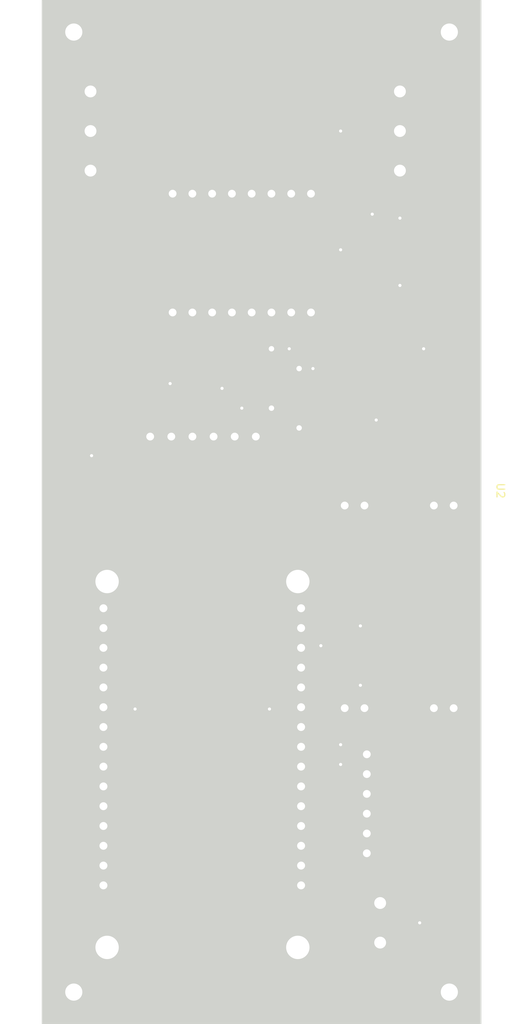
<source format=kicad_pcb>
(kicad_pcb (version 20211014) (generator pcbnew)
  (title_block (title "Nyx Project - Control PCB") (date "2022-10-29") (rev "1") (company "Projeto Jupiter") (comment 1 "Projected by Kaleb Ramos W. Santos"))
  (layers (0 "F.Cu" signal) (31 "B.Cu" signal) (34 "B.Paste" user) (35 "F.Paste" user) (36 "B.SilkS" user "B.Silkscreen") (37 "F.SilkS" user "F.Silkscreen") (38 "B.Mask" user) (39 "F.Mask" user) (44 "Edge.Cuts" user))
  (net 0 "")
  (net 1 "GND")
  (net 2 "VCC")
  (net 3 "/step_5v+")
  (net 4 "/PWM 1")
  (net 5 "/step_5v-")
  (net 6 "/PWM 2")
  (net 7 "/3v3")
  (net 8 "/CS")
  (net 9 "/HWP")
  (net 10 "/HHD")
  (net 14 "/SDA")
  (net 17 "/SCL")
  (net 27 "/HCLK")
  (net 28 "/HMISO")
  (net 29 "/HMOSI")
  (footprint "TerminalBlock:TerminalBlock_bornier-3_P5.08mm" (layer "F.Cu") (at 147.05398 55.504 90)
    (fp_text reference "J3" (at 5.05 -4.65 90) (layer "F.SilkS"))
    (fp_text value "Conn_01x03_Male")
    (pad "1" thru_hole rect (at 0 0 90) (size 3 3) (drill 1.52) (layers *.Cu *.Mask) (net 6 "/PWM 2"))
    (pad "2" thru_hole circle (at 5.08 0 90) (size 3 3) (drill 1.52) (layers *.Cu *.Mask) (net 3 "/step_5v+"))
    (pad "3" thru_hole circle (at 10.16 0 90) (size 3 3) (drill 1.52) (layers *.Cu *.Mask) (net 5 "/step_5v-"))
  )
  (footprint "Symbol:Logo_Preto - Copia" (layer "F.Cu") (at 108.37799 75.715874 90)
    (fp_text reference "G***" hide)
    (fp_text value "LOGO" hide)
  )
  (footprint "GY-521:GY-521" (layer "F.Cu") (at 117.84398 58.464 90)
    (fp_text reference "U5" (at 10 9 90) (layer "F.SilkS"))
    (fp_text value "GY-521 - Sensor 2")
    (fp_text user "y" (at 5 13.5 90) (layer "F.SilkS"))
    (fp_text user "x" (at 8 17 90) (layer "F.SilkS"))
    (pad "ADO" thru_hole oval locked (at 0 15.24 90) (size 3.016 1.508) (drill 1) (layers *.Cu *.Mask) (net 1 "GND"))
    (pad "GND" thru_hole oval locked (at 0 2.54 90) (size 3.016 1.508) (drill 1) (layers *.Cu *.Mask) (net 1 "GND"))
    (pad "INT" thru_hole oval locked (at 0 17.78 90) (size 3.016 1.508) (drill 1) (layers *.Cu *.Mask))
    (pad "SCL" thru_hole oval locked (at 0 5.08 90) (size 3.016 1.508) (drill 1) (layers *.Cu *.Mask) (net 17 "/SCL"))
    (pad "SDA" thru_hole oval locked (at 0 7.62 90) (size 3.016 1.508) (drill 1) (layers *.Cu *.Mask) (net 14 "/SDA"))
    (pad "VCC" thru_hole oval locked (at 0 0 90) (size 3.016 1.508) (drill 1) (layers *.Cu *.Mask) (net 7 "/3v3"))
    (pad "XCL" thru_hole oval locked (at 0 10.16 90) (size 3.016 1.508) (drill 1) (layers *.Cu *.Mask))
    (pad "XDA" thru_hole oval locked (at 0 12.7 90) (size 3.016 1.508) (drill 1) (layers *.Cu *.Mask))
  )
  (footprint "ESP32-DEVKIT-V1:MODULE_ESP32_DEVKIT_V1" (layer "F.Cu") (at 121.65398 131.704 180)
    (fp_text reference "U1" (at -11.355 -27.36) (layer "F.SilkS"))
    (fp_text value "ESP32-DEVKIT-V1")
    (pad "" np_thru_hole circle (at 12.23 23.475 180) (size 3 3) (drill 3) (layers *.Cu *.Mask))
    (pad "" np_thru_hole circle (at -12.28 -23.475 180) (size 3 3) (drill 3) (layers *.Cu *.Mask))
    (pad "" np_thru_hole circle (at 12.23 -23.475 180) (size 3 3) (drill 3) (layers *.Cu *.Mask))
    (pad "" np_thru_hole circle (at -12.28 23.475 180) (size 3 3) (drill 3) (layers *.Cu *.Mask))
    (pad "1" thru_hole rect (at -12.7 -15.515 180) (size 2 2) (drill 1.02) (layers *.Cu *.Mask) (net 7 "/3v3"))
    (pad "2" thru_hole circle (at -12.7 -12.975 180) (size 2 2) (drill 1.02) (layers *.Cu *.Mask) (net 1 "GND"))
    (pad "3" thru_hole circle (at -12.7 -10.435 180) (size 2 2) (drill 1.02) (layers *.Cu *.Mask) (net 8 "/CS"))
    (pad "4" thru_hole circle (at -12.7 -7.895 180) (size 2 2) (drill 1.02) (layers *.Cu *.Mask) (net 9 "/HWP"))
    (pad "5" thru_hole circle (at -12.7 -5.355 180) (size 2 2) (drill 1.02) (layers *.Cu *.Mask) (net 10 "/HHD"))
    (pad "6" thru_hole circle (at -12.7 -2.815 180) (size 2 2) (drill 1.02) (layers *.Cu *.Mask))
    (pad "7" thru_hole circle (at -12.7 -0.275 180) (size 2 2) (drill 1.02) (layers *.Cu *.Mask))
    (pad "8" thru_hole circle (at -12.7 2.265 180) (size 2 2) (drill 1.02) (layers *.Cu *.Mask))
    (pad "9" thru_hole circle (at -12.7 4.805 180) (size 2 2) (drill 1.02) (layers *.Cu *.Mask) (net 6 "/PWM 2"))
    (pad "10" thru_hole circle (at -12.7 7.345 180) (size 2 2) (drill 1.02) (layers *.Cu *.Mask))
    (pad "11" thru_hole circle (at -12.7 9.885 180) (size 2 2) (drill 1.02) (layers *.Cu *.Mask) (net 14 "/SDA"))
    (pad "12" thru_hole circle (at -12.7 12.425 180) (size 2 2) (drill 1.02) (layers *.Cu *.Mask))
    (pad "13" thru_hole circle (at -12.7 14.965 180) (size 2 2) (drill 1.02) (layers *.Cu *.Mask))
    (pad "14" thru_hole circle (at -12.7 17.505 180) (size 2 2) (drill 1.02) (layers *.Cu *.Mask) (net 17 "/SCL"))
    (pad "15" thru_hole circle (at -12.7 20.045 180) (size 2 2) (drill 1.02) (layers *.Cu *.Mask))
    (pad "16" thru_hole circle (at 12.7 20.045 180) (size 2 2) (drill 1.02) (layers *.Cu *.Mask))
    (pad "17" thru_hole circle (at 12.7 17.505 180) (size 2 2) (drill 1.02) (layers *.Cu *.Mask))
    (pad "18" thru_hole circle (at 12.7 14.965 180) (size 2 2) (drill 1.02) (layers *.Cu *.Mask))
    (pad "19" thru_hole circle (at 12.7 12.425 180) (size 2 2) (drill 1.02) (layers *.Cu *.Mask))
    (pad "20" thru_hole circle (at 12.7 9.885 180) (size 2 2) (drill 1.02) (layers *.Cu *.Mask))
    (pad "21" thru_hole circle (at 12.7 7.345 180) (size 2 2) (drill 1.02) (layers *.Cu *.Mask))
    (pad "22" thru_hole circle (at 12.7 4.805 180) (size 2 2) (drill 1.02) (layers *.Cu *.Mask) (net 4 "/PWM 1"))
    (pad "23" thru_hole circle (at 12.7 2.265 180) (size 2 2) (drill 1.02) (layers *.Cu *.Mask))
    (pad "24" thru_hole circle (at 12.7 -0.275 180) (size 2 2) (drill 1.02) (layers *.Cu *.Mask))
    (pad "25" thru_hole circle (at 12.7 -2.815 180) (size 2 2) (drill 1.02) (layers *.Cu *.Mask))
    (pad "26" thru_hole circle (at 12.7 -5.355 180) (size 2 2) (drill 1.02) (layers *.Cu *.Mask) (net 27 "/HCLK"))
    (pad "27" thru_hole circle (at 12.7 -7.895 180) (size 2 2) (drill 1.02) (layers *.Cu *.Mask) (net 28 "/HMISO"))
    (pad "28" thru_hole circle (at 12.7 -10.435 180) (size 2 2) (drill 1.02) (layers *.Cu *.Mask) (net 29 "/HMOSI"))
    (pad "29" thru_hole circle (at 12.7 -12.975 180) (size 2 2) (drill 1.02) (layers *.Cu *.Mask) (net 1 "GND"))
    (pad "30" thru_hole circle (at 12.7 -15.515 180) (size 2 2) (drill 1.02) (layers *.Cu *.Mask) (net 2 "VCC"))
    (zone (net 0) (net_name "") (layer "F.Cu") (connect_pads (clearance 0)) (min_thickness 0.01)
      (keepout (tracks not_allowed) (vias not_allowed) (pads not_allowed) (copperpour not_allowed) (footprints allowed))
      (fill (thermal_gap 0.508) (thermal_bridge_width 0.508))
      (polygon (pts (xy 130.56398 112.719) (xy 112.87398 112.719) (xy 112.87398 106.229) (xy 130.56398 106.229)))
    )
    (zone (net 0) (net_name "") (layer "B.Cu") (connect_pads (clearance 0)) (min_thickness 0.01)
      (keepout (tracks not_allowed) (vias not_allowed) (pads not_allowed) (copperpour not_allowed) (footprints allowed))
      (fill (thermal_gap 0.508) (thermal_bridge_width 0.508))
      (polygon (pts (xy 130.56398 112.719) (xy 112.87398 112.719) (xy 112.87398 106.229) (xy 130.56398 106.229)))
    )
  )
  (footprint "Resistor_THT:R_Axial_DIN0204_L3.6mm_D1.6mm_P7.62mm_Horizontal" (layer "F.Cu") (at 130.54398 85.984 90)
    (fp_text reference "R2" (at 3.81 -1.92 90) (layer "F.SilkS"))
    (fp_text value "5K")
    (pad "1" thru_hole circle (at 0 0 90) (size 1.4 1.4) (drill 0.7) (layers *.Cu *.Mask) (net 7 "/3v3"))
    (pad "2" thru_hole oval (at 7.62 0 90) (size 1.4 1.4) (drill 0.7) (layers *.Cu *.Mask) (net 14 "/SDA"))
  )
  (footprint "TerminalBlock:TerminalBlock_bornier-3_P5.08mm" (layer "F.Cu") (at 107.29398 55.504 90)
    (fp_text reference "J2" (at 5.05 -4.65 90) (layer "F.SilkS"))
    (fp_text value "Conn_01x03_Male")
    (pad "1" thru_hole rect (at 0 0 90) (size 3 3) (drill 1.52) (layers *.Cu *.Mask) (net 4 "/PWM 1"))
    (pad "2" thru_hole circle (at 5.08 0 90) (size 3 3) (drill 1.52) (layers *.Cu *.Mask) (net 3 "/step_5v+"))
    (pad "3" thru_hole circle (at 10.16 0 90) (size 3 3) (drill 1.52) (layers *.Cu *.Mask) (net 5 "/step_5v-"))
  )
  (footprint "MountingHole:MountingHole_2.2mm_M2" (layer "F.Cu") (at 105.14398 37.724)
    (fp_text reference "REF**" (at 0 -3.2) (layer "F.SilkS"))
    (fp_text value "MountingHole_2.2mm_M2")
    (pad "" np_thru_hole circle (at 0 0) (size 2.2 2.2) (drill 2.2) (layers *.Cu *.Mask))
  )
  (footprint "Jupiter:stepdown 5v" (layer "F.Cu") (at 155.95898 96.479 -90)
    (fp_text reference "U2" (at 0.09 -4.025 -90 unlocked) (layer "F.SilkS"))
    (fp_text value "MINI560-StepDown_5v")
    (pad "1" thru_hole circle (at 2 2 270) (size 1.25 1.25) (drill 1) (layers *.Cu *.Mask) (net 5 "/step_5v-"))
    (pad "2" thru_hole circle (at 2 4.54 270) (size 1.25 1.25) (drill 1) (layers *.Cu *.Mask))
    (pad "3" thru_hole circle (at 2 13.46 270) (size 1.25 1.25) (drill 1) (layers *.Cu *.Mask))
    (pad "4" thru_hole circle (at 2 16 270) (size 1.25 1.25) (drill 1) (layers *.Cu *.Mask) (net 3 "/step_5v+"))
    (pad "5" thru_hole circle (at 28 2 270) (size 1.25 1.25) (drill 1) (layers *.Cu *.Mask) (net 1 "GND"))
    (pad "6" thru_hole circle (at 28 4.54 270) (size 1.25 1.25) (drill 1) (layers *.Cu *.Mask))
    (pad "7" thru_hole circle (at 28 13.46 270) (size 1.25 1.25) (drill 1) (layers *.Cu *.Mask "Dwgs.User"))
    (pad "8" thru_hole circle (at 28 16 270) (size 1.25 1.25) (drill 1) (layers *.Cu *.Mask) (net 2 "VCC"))
  )
  (footprint "Jupiter:FlashMemory W25Q128" (layer "F.Cu") (at 129.80898 99.6315 -90)
    (fp_text reference "U3" (at -2.3 -5.84 -90 unlocked) (layer "F.SilkS"))
    (fp_text value "FlashMemory_W25Q128")
    (pad "1" thru_hole circle (at -10 1.273 270) (size 1.25 1.25) (drill 1) (layers *.Cu *.Mask) (net 7 "/3v3"))
    (pad "2" thru_hole circle (at -10 3.985 270) (size 1.25 1.25) (drill 1) (layers *.Cu *.Mask) (net 8 "/CS"))
    (pad "3" thru_hole circle (at -10 6.701 270) (size 1.25 1.25) (drill 1) (layers *.Cu *.Mask) (net 29 "/HMOSI"))
    (pad "4" thru_hole circle (at -10 9.417 270) (size 1.25 1.25) (drill 1) (layers *.Cu *.Mask) (net 1 "GND"))
    (pad "5" thru_hole circle (at -10 12.133 270) (size 1.25 1.25) (drill 1) (layers *.Cu *.Mask) (net 27 "/HCLK"))
    (pad "6" thru_hole circle (at -10 14.849 270) (size 1.25 1.25) (drill 1) (layers *.Cu *.Mask) (net 28 "/HMISO"))
  )
  (footprint "MountingHole:MountingHole_2.2mm_M2" (layer "F.Cu") (at 105.14398 160.914)
    (fp_text reference "REF**" (at 0 -3.2) (layer "F.SilkS"))
    (fp_text value "MountingHole_2.2mm_M2")
    (pad "" np_thru_hole circle (at 0 0) (size 2.2 2.2) (drill 2.2) (layers *.Cu *.Mask))
  )
  (footprint "GY-521:GY-521" (layer "F.Cu") (at 117.84398 73.704 90)
    (fp_text reference "U4" (at 10 9 90) (layer "F.SilkS"))
    (fp_text value "GY-521 - Sensor 1")
    (fp_text user "y" (at 5.608126 13.5 90) (layer "F.SilkS"))
    (fp_text user "x" (at 8 17.45801 90) (layer "F.SilkS"))
    (pad "ADO" thru_hole oval locked (at 0 15.24 90) (size 3.016 1.508) (drill 1) (layers *.Cu *.Mask) (net 7 "/3v3"))
    (pad "GND" thru_hole oval locked (at 0 2.54 90) (size 3.016 1.508) (drill 1) (layers *.Cu *.Mask) (net 1 "GND"))
    (pad "INT" thru_hole oval locked (at 0 17.78 90) (size 3.016 1.508) (drill 1) (layers *.Cu *.Mask))
    (pad "SCL" thru_hole oval locked (at 0 5.08 90) (size 3.016 1.508) (drill 1) (layers *.Cu *.Mask) (net 17 "/SCL"))
    (pad "SDA" thru_hole oval locked (at 0 7.62 90) (size 3.016 1.508) (drill 1) (layers *.Cu *.Mask) (net 14 "/SDA"))
    (pad "VCC" thru_hole oval locked (at 0 0 90) (size 3.016 1.508) (drill 1) (layers *.Cu *.Mask) (net 7 "/3v3"))
    (pad "XCL" thru_hole oval locked (at 0 10.16 90) (size 3.016 1.508) (drill 1) (layers *.Cu *.Mask))
    (pad "XDA" thru_hole oval locked (at 0 12.7 90) (size 3.016 1.508) (drill 1) (layers *.Cu *.Mask))
  )
  (footprint "Jupiter:GY BMP280" (layer "F.Cu") (at 141.39898 129.379)
    (fp_text reference "U6" (at 0 -12 unlocked) (layer "F.SilkS"))
    (fp_text value "GY-BMP280")
    (pad "1" thru_hole circle (at 1.4 1.021) (size 1.25 1.25) (drill 1) (layers *.Cu *.Mask) (net 7 "/3v3"))
    (pad "2" thru_hole circle (at 1.4 3.561) (size 1.25 1.25) (drill 1) (layers *.Cu *.Mask) (net 1 "GND"))
    (pad "3" thru_hole circle (at 1.4 6.101) (size 1.25 1.25) (drill 1) (layers *.Cu *.Mask) (net 17 "/SCL"))
    (pad "4" thru_hole circle (at 1.4 8.641) (size 1.25 1.25) (drill 1) (layers *.Cu *.Mask) (net 14 "/SDA"))
    (pad "5" thru_hole circle (at 1.4 11.181) (size 1.25 1.25) (drill 1) (layers *.Cu *.Mask))
    (pad "6" thru_hole circle (at 1.4 13.721) (size 1.25 1.25) (drill 1) (layers *.Cu *.Mask))
  )
  (footprint "MountingHole:MountingHole_2.2mm_M2" (layer "F.Cu") (at 153.40398 37.724)
    (fp_text reference "REF**" (at 0 -3.2) (layer "F.SilkS"))
    (fp_text value "MountingHole_2.2mm_M2")
    (pad "" np_thru_hole circle (at 0 0) (size 2.2 2.2) (drill 2.2) (layers *.Cu *.Mask))
  )
  (footprint "TerminalBlock:TerminalBlock_bornier-2_P5.08mm" (layer "F.Cu") (at 144.51398 149.484 -90)
    (fp_text reference "J1" (at 2.54 -5.08 90) (layer "F.SilkS"))
    (fp_text value "Power Supply")
    (pad "1" thru_hole rect (at 0 0 270) (size 3 3) (drill 1.52) (layers *.Cu *.Mask) (net 1 "GND"))
    (pad "2" thru_hole circle (at 5.08 0 270) (size 3 3) (drill 1.52) (layers *.Cu *.Mask) (net 2 "VCC"))
  )
  (footprint "Resistor_THT:R_Axial_DIN0204_L3.6mm_D1.6mm_P7.62mm_Horizontal" (layer "F.Cu") (at 134.09998 88.524 90)
    (fp_text reference "R1" (at 3.81 -1.92 90) (layer "F.SilkS"))
    (fp_text value "5K")
    (pad "1" thru_hole circle (at 0 0 90) (size 1.4 1.4) (drill 0.7) (layers *.Cu *.Mask) (net 7 "/3v3"))
    (pad "2" thru_hole oval (at 7.62 0 90) (size 1.4 1.4) (drill 0.7) (layers *.Cu *.Mask) (net 17 "/SCL"))
  )
  (footprint "MountingHole:MountingHole_2.2mm_M2" (layer "F.Cu") (at 153.40398 160.914)
    (fp_text reference "REF**" (at 0 -3.2) (layer "F.SilkS"))
    (fp_text value "MountingHole_2.2mm_M2")
    (pad "" np_thru_hole circle (at 0 0) (size 2.2 2.2) (drill 2.2) (layers *.Cu *.Mask))
  )
  (gr_rect (start 157.21398 164.724) (end 101.33398 33.914) (layer "F.Cu") (width 0.2) (fill none))
  (gr_rect (start 101.07998 33.66) (end 157.46798 164.978) (layer "Edge.Cuts") (width 0.1) (fill none))
  (gr_text "Projeto Jupiter - Nyx Project\nControl PCB v.1" (at 113.45799 75.715874 90) (layer "F.SilkS") (effects (font (size 1 1))))
  (segment (start 120.54648 89.6315) (end 120.39198 89.6315) (width 1) (layer "F.Cu") (net 1))
  (segment (start 134.608469 144.424511) (end 134.35398 144.679) (width 1) (layer "F.Cu") (net 1))
  (via (at 117.52199 82.827874) (size 0.8) (drill 0.4) (layers "F.Cu" "B.Cu") (net 1))
  (segment (start 152.13398 134.244) (end 152.13398 149.484) (width 1) (layer "F.Cu") (net 2))
  (segment (start 139.522491 129.075489) (end 146.965469 129.075489) (width 1) (layer "F.Cu") (net 2))
  (segment (start 152.13398 149.484) (end 149.59398 152.024) (width 1) (layer "F.Cu") (net 2))
  (segment (start 146.965469 129.075489) (end 152.13398 134.244) (width 1) (layer "F.Cu") (net 2))
  (via (at 149.59398 152.024) (size 0.8) (drill 0.4) (layers "F.Cu" "B.Cu") (net 2))
  (via (at 139.43398 129.164) (size 0.8) (drill 0.4) (layers "F.Cu" "B.Cu") (net 2))
  (segment (start 139.95898 124.479) (end 139.95898 128.639) (width 1) (layer "B.Cu") (net 2))
  (segment (start 149.59398 152.024) (end 147.05398 152.024) (width 1) (layer "B.Cu") (net 2))
  (segment (start 141.97398 152.024) (end 113.75898 152.024) (width 1) (layer "B.Cu") (net 2))
  (segment (start 144.51398 154.564) (end 141.97398 152.024) (width 1) (layer "B.Cu") (net 2))
  (segment (start 113.75898 152.024) (end 108.95398 147.219) (width 1) (layer "B.Cu") (net 2))
  (segment (start 147.05398 152.024) (end 144.51398 154.564) (width 1) (layer "B.Cu") (net 2))
  (segment (start 139.43398 129.164) (end 139.95898 128.639) (width 1) (layer "B.Cu") (net 2))
  (segment (start 150.10198 78.364) (end 143.49798 71.76) (width 1) (layer "F.Cu") (net 3))
  (segment (start 143.49798 71.76) (end 143.49798 61.092) (width 1) (layer "F.Cu") (net 3))
  (via (at 150.10198 78.364) (size 0.8) (drill 0.4) (layers "F.Cu" "B.Cu") (net 3))
  (via (at 143.49798 61.092) (size 0.8) (drill 0.4) (layers "F.Cu" "B.Cu") (net 3))
  (segment (start 150.10198 87.508) (end 150.10198 78.364) (width 1) (layer "B.Cu") (net 3))
  (segment (start 142.98998 53.98) (end 143.49798 53.98) (width 1) (layer "B.Cu") (net 3))
  (segment (start 143.49798 53.98) (end 147.05398 50.424) (width 1) (layer "B.Cu") (net 3))
  (segment (start 143.49798 54.488) (end 142.98998 53.98) (width 1) (layer "B.Cu") (net 3))
  (segment (start 117.58998 53.98) (end 142.98998 53.98) (width 1) (layer "B.Cu") (net 3))
  (segment (start 139.95898 98.479) (end 139.95898 97.651) (width 1) (layer "B.Cu") (net 3))
  (segment (start 107.29398 50.424) (end 114.03398 50.424) (width 1) (layer "B.Cu") (net 3))
  (segment (start 143.49798 61.092) (end 143.49798 54.488) (width 1) (layer "B.Cu") (net 3))
  (segment (start 114.03398 50.424) (end 117.58998 53.98) (width 1) (layer "B.Cu") (net 3))
  (segment (start 139.95898 97.651) (end 150.10198 87.508) (width 1) (layer "B.Cu") (net 3))
  (segment (start 112.00198 100.716) (end 112.00198 96.652) (width 1) (layer "F.Cu") (net 4))
  (segment (start 113.01798 124.592) (end 112.00198 123.576) (width 1) (layer "F.Cu") (net 4))
  (segment (start 112.00198 123.576) (end 112.00198 100.716) (width 1) (layer "F.Cu") (net 4))
  (segment (start 112.00198 96.652) (end 107.42998 92.08) (width 1) (layer "F.Cu") (net 4))
  (via (at 107.42998 92.08) (size 0.8) (drill 0.4) (layers "F.Cu" "B.Cu") (net 4))
  (via (at 113.01798 124.592) (size 0.8) (drill 0.4) (layers "F.Cu" "B.Cu") (net 4))
  (segment (start 108.95398 126.899) (end 110.71098 126.899) (width 1) (layer "B.Cu") (net 4))
  (segment (start 107.42998 55.64) (end 107.29398 55.504) (width 1) (layer "B.Cu") (net 4))
  (segment (start 110.71098 126.899) (end 113.01798 124.592) (width 1) (layer "B.Cu") (net 4))
  (segment (start 107.42998 92.08) (end 107.42998 55.64) (width 1) (layer "B.Cu") (net 4))
  (segment (start 139.43398 65.664) (end 139.43398 50.424) (width 1) (layer "F.Cu") (net 5))
  (via (at 139.43398 65.664) (size 0.8) (drill 0.4) (layers "F.Cu" "B.Cu") (net 5))
  (via (at 139.43398 50.424) (size 0.8) (drill 0.4) (layers "F.Cu" "B.Cu") (net 5))
  (segment (start 153.95898 72.569) (end 147.05398 65.664) (width 1) (layer "B.Cu") (net 5))
  (segment (start 153.95898 98.479) (end 153.95898 72.569) (width 1) (layer "B.Cu") (net 5))
  (segment (start 107.29398 45.344) (end 147.05398 45.344) (width 1) (layer "B.Cu") (net 5))
  (segment (start 147.05398 65.664) (end 139.43398 65.664) (width 1) (layer "B.Cu") (net 5))
  (segment (start 139.43398 50.424) (end 139.43398 47.884) (width 1) (layer "B.Cu") (net 5))
  (segment (start 139.43398 47.884) (end 136.89398 45.344) (width 1) (layer "B.Cu") (net 5))
  (segment (start 130.28998 124.592) (end 131.30598 123.576) (width 1) (layer "F.Cu") (net 6))
  (segment (start 131.30598 101.732) (end 142.98998 90.048) (width 1) (layer "F.Cu") (net 6))
  (segment (start 142.98998 88.524) (end 144.00598 87.508) (width 1) (layer "F.Cu") (net 6))
  (segment (start 147.05398 70.236) (end 147.05398 61.6) (width 1) (layer "F.Cu") (net 6))
  (segment (start 131.30598 123.576) (end 131.30598 101.732) (width 1) (layer "F.Cu") (net 6))
  (segment (start 142.98998 90.048) (end 142.98998 88.524) (width 1) (layer "F.Cu") (net 6))
  (via (at 147.05398 70.236) (size 0.8) (drill 0.4) (layers "F.Cu" "B.Cu") (net 6))
  (via (at 130.28998 124.592) (size 0.8) (drill 0.4) (layers "F.Cu" "B.Cu") (net 6))
  (via (at 144.00598 87.508) (size 0.8) (drill 0.4) (layers "F.Cu" "B.Cu") (net 6))
  (via (at 147.05398 61.6) (size 0.8) (drill 0.4) (layers "F.Cu" "B.Cu") (net 6))
  (segment (start 134.35398 126.899) (end 132.59698 126.899) (width 1) (layer "B.Cu") (net 6))
  (segment (start 144.00598 87.508) (end 147.05398 84.46) (width 1) (layer "B.Cu") (net 6))
  (segment (start 132.59698 126.899) (end 130.28998 124.592) (width 1) (layer "B.Cu") (net 6))
  (segment (start 147.05398 84.46) (end 147.05398 70.236) (width 1) (layer "B.Cu") (net 6))
  (segment (start 147.05398 61.6) (end 147.05398 55.504) (width 1) (layer "B.Cu") (net 6))
  (segment (start 124.19398 83.444) (end 126.73398 85.984) (width 1) (layer "F.Cu") (net 7))
  (via (at 124.19398 83.444) (size 0.8) (drill 0.4) (layers "F.Cu" "B.Cu") (net 7))
  (via (at 126.73398 85.984) (size 0.8) (drill 0.4) (layers "F.Cu" "B.Cu") (net 7))
  (segment (start 130.54398 85.984) (end 126.73398 85.984) (width 1) (layer "B.Cu") (net 7))
  (segment (start 145.74998 130.4) (end 149.59398 134.244) (width 1) (layer "B.Cu") (net 7))
  (segment (start 117.84398 73.704) (end 117.84398 58.464) (width 1) (layer "B.Cu") (net 7))
  (segment (start 144.23898 147.219) (end 134.35398 147.219) (width 1) (layer "B.Cu") (net 7))
  (segment (start 117.84398 73.704) (end 117.84398 77.094) (width 1) (layer "B.Cu") (net 7))
  (segment (start 145.74998 110.08) (end 145.74998 130.4) (width 1) (layer "B.Cu") (net 7))
  (segment (start 133.08398 73.704) (end 133.08398 74.554) (width 1) (layer "B.Cu") (net 7))
  (segment (start 133.08398 88.524) (end 130.54398 85.984) (width 1) (layer "B.Cu") (net 7))
  (segment (start 128.53598 89.6315) (end 128.53598 92.866) (width 1) (layer "B.Cu") (net 7))
  (segment (start 128.53598 92.866) (end 145.74998 110.08) (width 1) (layer "B.Cu") (net 7))
  (segment (start 136.89398 88.524) (end 134.09998 88.524) (width 1) (layer "B.Cu") (net 7))
  (segment (start 142.79898 130.4) (end 145.74998 130.4) (width 1) (layer "B.Cu") (net 7))
  (segment (start 117.84398 77.094) (end 124.19398 83.444) (width 1) (layer "B.Cu") (net 7))
  (segment (start 134.09998 88.524) (end 133.08398 88.524) (width 1) (layer "B.Cu") (net 7))
  (segment (start 149.59398 141.864) (end 144.23898 147.219) (width 1) (layer "B.Cu") (net 7))
  (segment (start 149.59398 134.244) (end 149.59398 141.864) (width 1) (layer "B.Cu") (net 7))
  (segment (start 141.97398 83.444) (end 136.89398 88.524) (width 1) (layer "B.Cu") (net 7))
  (segment (start 126.73398 87.8295) (end 128.53598 89.6315) (width 1) (layer "B.Cu") (net 7))
  (segment (start 126.73398 85.984) (end 126.73398 87.8295) (width 1) (layer "B.Cu") (net 7))
  (segment (start 133.08398 74.554) (end 141.97398 83.444) (width 1) (layer "B.Cu") (net 7))
  (segment (start 125.82398 89.6315) (end 125.82398 100.781864) (width 1) (layer "B.Cu") (net 8))
  (segment (start 131.064 112.926116) (end 126.73398 117.256136) (width 1) (layer "B.Cu") (net 8))
  (segment (start 125.82398 100.781864) (end 131.064 106.021884) (width 1) (layer "B.Cu") (net 8))
  (segment (start 131.064 106.021884) (end 131.064 112.926116) (width 1) (layer "B.Cu") (net 8))
  (segment (start 126.73398 134.519) (end 134.35398 142.139) (width 1) (layer "B.Cu") (net 8))
  (segment (start 126.73398 117.256136) (end 126.73398 134.519) (width 1) (layer "B.Cu") (net 8))
  (segment (start 132.82998 78.364) (end 144.303074 78.364) (width 1) (layer "F.Cu") (net 14))
  (segment (start 144.303074 78.364) (end 149.59398 83.654906) (width 1) (layer "F.Cu") (net 14))
  (segment (start 149.59398 113.924) (end 141.97398 121.544) (width 1) (layer "F.Cu") (net 14))
  (segment (start 149.59398 83.654906) (end 149.59398 113.924) (width 1) (layer "F.Cu") (net 14))
  (via (at 141.97398 121.544) (size 0.8) (drill 0.4) (layers "F.Cu" "B.Cu") (net 14))
  (via (at 132.82998 78.364) (size 0.8) (drill 0.4) (layers "F.Cu" "B.Cu") (net 14))
  (segment (start 139.43398 121.544) (end 136.89398 124.084) (width 1) (layer "B.Cu") (net 14))
  (segment (start 134.35398 121.819) (end 136.61898 124.084) (width 1) (layer "B.Cu") (net 14))
  (segment (start 136.89398 132.115) (end 142.79898 138.02) (width 1) (layer "B.Cu") (net 14))
  (segment (start 141.97398 121.544) (end 139.43398 121.544) (width 1) (layer "B.Cu") (net 14))
  (segment (start 132.82998 78.364) (end 128.51198 78.364) (width 1) (layer "B.Cu") (net 14))
  (segment (start 125.46398 75.316) (end 125.46398 73.704) (width 1) (layer "B.Cu") (net 14))
  (segment (start 128.51198 78.364) (end 125.46398 75.316) (width 1) (layer "B.Cu") (net 14))
  (segment (start 125.46398 73.704) (end 125.46398 58.464) (width 1) (layer "B.Cu") (net 14))
  (segment (start 136.89398 124.084) (end 136.89398 132.115) (width 1) (layer "B.Cu") (net 14))
  (segment (start 136.89398 129.164) (end 136.89398 116.464) (width 1) (layer "F.Cu") (net 17))
  (segment (start 141.97398 80.904) (end 147.05398 85.984) (width 1) (layer "F.Cu") (net 17))
  (segment (start 147.05398 108.844) (end 141.97398 113.924) (width 1) (layer "F.Cu") (net 17))
  (segment (start 147.05398 85.984) (end 147.05398 108.844) (width 1) (layer "F.Cu") (net 17))
  (segment (start 135.87798 80.904) (end 141.97398 80.904) (width 1) (layer "F.Cu") (net 17))
  (segment (start 139.43398 131.704) (end 136.89398 129.164) (width 1) (layer "F.Cu") (net 17))
  (via (at 136.89398 116.464) (size 0.8) (drill 0.4) (layers "F.Cu" "B.Cu") (net 17))
  (via (at 135.87798 80.904) (size 0.8) (drill 0.4) (layers "F.Cu" "B.Cu") (net 17))
  (via (at 141.97398 113.924) (size 0.8) (drill 0.4) (layers "F.Cu" "B.Cu") (net 17))
  (via (at 139.43398 131.704) (size 0.8) (drill 0.4) (layers "F.Cu" "B.Cu") (net 17))
  (segment (start 142.79898 135.069) (end 139.43398 131.704) (width 1) (layer "B.Cu") (net 17))
  (segment (start 135.87798 80.904) (end 126.73398 80.904) (width 1) (layer "B.Cu") (net 17))
  (segment (start 139.43398 113.924) (end 136.89398 116.464) (width 1) (layer "B.Cu") (net 17))
  (segment (start 136.61898 116.464) (end 134.35398 114.199) (width 1) (layer "B.Cu") (net 17))
  (segment (start 126.73398 80.904) (end 122.92398 77.094) (width 1) (layer "B.Cu") (net 17))
  (segment (start 122.92398 73.704) (end 122.92398 58.464) (width 1) (layer "B.Cu") (net 17))
  (segment (start 122.92398 77.094) (end 122.92398 73.704) (width 1) (layer "B.Cu") (net 17))
  (segment (start 141.97398 113.924) (end 139.43398 113.924) (width 1) (layer "B.Cu") (net 17))
  (segment (start 108.95398 137.059) (end 106.68898 137.059) (width 1) (layer "B.Cu") (net 27))
  (segment (start 106.41398 100.8935) (end 117.67598 89.6315) (width 1) (layer "B.Cu") (net 27))
  (segment (start 106.41398 136.784) (end 106.41398 100.8935) (width 1) (layer "B.Cu") (net 27))
  (segment (start 103.87398 100.7175) (end 114.95998 89.6315) (width 1) (layer "B.Cu") (net 28))
  (segment (start 108.95398 139.599) (end 106.68898 139.599) (width 1) (layer "B.Cu") (net 28))
  (segment (start 106.68898 139.599) (end 103.87398 136.784) (width 1) (layer "B.Cu") (net 28))
  (segment (start 103.87398 136.784) (end 103.87398 100.7175) (width 1) (layer "B.Cu") (net 28))
  (segment (start 116.57398 117.126136) (end 116.57398 134.519) (width 1) (layer "B.Cu") (net 29))
  (segment (start 123.10798 89.6315) (end 123.10798 94.69) (width 1) (layer "B.Cu") (net 29))
  (segment (start 112.37396 112.926116) (end 116.57398 117.126136) (width 1) (layer "B.Cu") (net 29))
  (segment (start 112.37396 105.42402) (end 112.37396 112.926116) (width 1) (layer "B.Cu") (net 29))
  (segment (start 116.57398 134.519) (end 108.95398 142.139) (width 1) (layer "B.Cu") (net 29))
  (segment (start 123.10798 94.69) (end 112.37396 105.42402) (width 1) (layer "B.Cu") (net 29))
  (zone (net 1) (net_name "GND") (layers F&B.Cu) (connect_pads (clearance 0.508)) (min_thickness 0.254) (fill yes (thermal_gap 0.508) (thermal_bridge_width 0.508))
    (polygon (pts (xy 157.21398 164.724) (xy 101.33398 164.724) (xy 101.33398 33.914) (xy 157.21398 33.914)))
  )
  (zone (net 0) (net_name "") (layer "Edge.Cuts") (connect_pads (clearance 0.508)) (min_thickness 0.254) (fill yes (thermal_gap 0.508) (thermal_bridge_width 0.508))
    (polygon (pts (xy 157.46798 164.978) (xy 101.07998 164.978) (xy 101.07998 33.66) (xy 157.46798 33.66)))
  )
)
</source>
